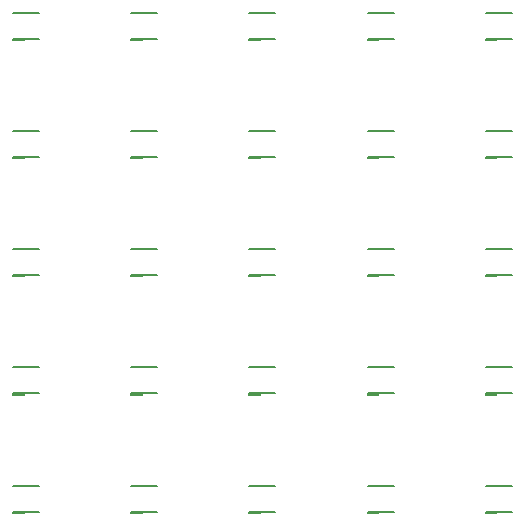
<source format=gbo>
G75*
%MOIN*%
%OFA0B0*%
%FSLAX25Y25*%
%IPPOS*%
%LPD*%
%AMOC8*
5,1,8,0,0,1.08239X$1,22.5*
%
%ADD10C,0.00500*%
D10*
X0058087Y0043913D02*
X0060843Y0043913D01*
X0061630Y0043913D01*
X0061630Y0044307D01*
X0066748Y0044307D01*
X0061630Y0044307D02*
X0060843Y0044307D01*
X0060843Y0043913D01*
X0060843Y0044307D02*
X0058087Y0044307D01*
X0058087Y0043913D01*
X0058087Y0052969D02*
X0066748Y0052969D01*
X0097457Y0052969D02*
X0106118Y0052969D01*
X0106118Y0044307D02*
X0101000Y0044307D01*
X0101000Y0043913D01*
X0100213Y0043913D01*
X0100213Y0044307D01*
X0101000Y0044307D01*
X0100213Y0044307D02*
X0097457Y0044307D01*
X0097457Y0043913D01*
X0100213Y0043913D01*
X0136827Y0043913D02*
X0139583Y0043913D01*
X0140370Y0043913D01*
X0140370Y0044307D01*
X0145488Y0044307D01*
X0140370Y0044307D02*
X0139583Y0044307D01*
X0139583Y0043913D01*
X0139583Y0044307D02*
X0136827Y0044307D01*
X0136827Y0043913D01*
X0136827Y0052969D02*
X0145488Y0052969D01*
X0176197Y0052969D02*
X0184858Y0052969D01*
X0184858Y0044307D02*
X0179740Y0044307D01*
X0179740Y0043913D01*
X0178953Y0043913D01*
X0178953Y0044307D01*
X0179740Y0044307D01*
X0178953Y0044307D02*
X0176197Y0044307D01*
X0176197Y0043913D01*
X0178953Y0043913D01*
X0215567Y0043913D02*
X0218323Y0043913D01*
X0219110Y0043913D01*
X0219110Y0044307D01*
X0224228Y0044307D01*
X0219110Y0044307D02*
X0218323Y0044307D01*
X0218323Y0043913D01*
X0218323Y0044307D02*
X0215567Y0044307D01*
X0215567Y0043913D01*
X0215567Y0052969D02*
X0224228Y0052969D01*
X0224228Y0083677D02*
X0219110Y0083677D01*
X0219110Y0083283D01*
X0218323Y0083283D01*
X0218323Y0083677D01*
X0219110Y0083677D01*
X0218323Y0083677D02*
X0215567Y0083677D01*
X0215567Y0083283D01*
X0218323Y0083283D01*
X0215567Y0092339D02*
X0224228Y0092339D01*
X0224228Y0123047D02*
X0219110Y0123047D01*
X0219110Y0122654D01*
X0218323Y0122654D01*
X0218323Y0123047D01*
X0219110Y0123047D01*
X0218323Y0123047D02*
X0215567Y0123047D01*
X0215567Y0122654D01*
X0218323Y0122654D01*
X0215567Y0131709D02*
X0224228Y0131709D01*
X0224228Y0162417D02*
X0219110Y0162417D01*
X0219110Y0162024D01*
X0218323Y0162024D01*
X0218323Y0162417D01*
X0219110Y0162417D01*
X0218323Y0162417D02*
X0215567Y0162417D01*
X0215567Y0162024D01*
X0218323Y0162024D01*
X0215567Y0171079D02*
X0224228Y0171079D01*
X0224228Y0201787D02*
X0219110Y0201787D01*
X0219110Y0201394D01*
X0218323Y0201394D01*
X0218323Y0201787D01*
X0219110Y0201787D01*
X0218323Y0201787D02*
X0215567Y0201787D01*
X0215567Y0201394D01*
X0218323Y0201394D01*
X0215567Y0210449D02*
X0224228Y0210449D01*
X0184858Y0210449D02*
X0176197Y0210449D01*
X0176197Y0201787D02*
X0176197Y0201394D01*
X0178953Y0201394D01*
X0179740Y0201394D01*
X0179740Y0201787D01*
X0184858Y0201787D01*
X0179740Y0201787D02*
X0178953Y0201787D01*
X0178953Y0201394D01*
X0178953Y0201787D02*
X0176197Y0201787D01*
X0145488Y0201787D02*
X0140370Y0201787D01*
X0140370Y0201394D01*
X0139583Y0201394D01*
X0139583Y0201787D01*
X0140370Y0201787D01*
X0139583Y0201787D02*
X0136827Y0201787D01*
X0136827Y0201394D01*
X0139583Y0201394D01*
X0136827Y0210449D02*
X0145488Y0210449D01*
X0106118Y0210449D02*
X0097457Y0210449D01*
X0097457Y0201787D02*
X0097457Y0201394D01*
X0100213Y0201394D01*
X0101000Y0201394D01*
X0101000Y0201787D01*
X0106118Y0201787D01*
X0101000Y0201787D02*
X0100213Y0201787D01*
X0100213Y0201394D01*
X0100213Y0201787D02*
X0097457Y0201787D01*
X0066748Y0201787D02*
X0061630Y0201787D01*
X0061630Y0201394D01*
X0060843Y0201394D01*
X0060843Y0201787D01*
X0061630Y0201787D01*
X0060843Y0201787D02*
X0058087Y0201787D01*
X0058087Y0201394D01*
X0060843Y0201394D01*
X0058087Y0210449D02*
X0066748Y0210449D01*
X0066748Y0171079D02*
X0058087Y0171079D01*
X0058087Y0162417D02*
X0058087Y0162024D01*
X0060843Y0162024D01*
X0061630Y0162024D01*
X0061630Y0162417D01*
X0066748Y0162417D01*
X0061630Y0162417D02*
X0060843Y0162417D01*
X0060843Y0162024D01*
X0060843Y0162417D02*
X0058087Y0162417D01*
X0058087Y0131709D02*
X0066748Y0131709D01*
X0066748Y0123047D02*
X0061630Y0123047D01*
X0061630Y0122654D01*
X0060843Y0122654D01*
X0060843Y0123047D01*
X0061630Y0123047D01*
X0060843Y0123047D02*
X0058087Y0123047D01*
X0058087Y0122654D01*
X0060843Y0122654D01*
X0058087Y0092339D02*
X0066748Y0092339D01*
X0066748Y0083677D02*
X0061630Y0083677D01*
X0061630Y0083283D01*
X0060843Y0083283D01*
X0060843Y0083677D01*
X0061630Y0083677D01*
X0060843Y0083677D02*
X0058087Y0083677D01*
X0058087Y0083283D01*
X0060843Y0083283D01*
X0097457Y0083283D02*
X0100213Y0083283D01*
X0101000Y0083283D01*
X0101000Y0083677D01*
X0106118Y0083677D01*
X0101000Y0083677D02*
X0100213Y0083677D01*
X0100213Y0083283D01*
X0100213Y0083677D02*
X0097457Y0083677D01*
X0097457Y0083283D01*
X0097457Y0092339D02*
X0106118Y0092339D01*
X0106118Y0123047D02*
X0101000Y0123047D01*
X0101000Y0122654D01*
X0100213Y0122654D01*
X0100213Y0123047D01*
X0101000Y0123047D01*
X0100213Y0123047D02*
X0097457Y0123047D01*
X0097457Y0122654D01*
X0100213Y0122654D01*
X0097457Y0131709D02*
X0106118Y0131709D01*
X0106118Y0162417D02*
X0101000Y0162417D01*
X0101000Y0162024D01*
X0100213Y0162024D01*
X0100213Y0162417D01*
X0101000Y0162417D01*
X0100213Y0162417D02*
X0097457Y0162417D01*
X0097457Y0162024D01*
X0100213Y0162024D01*
X0097457Y0171079D02*
X0106118Y0171079D01*
X0136827Y0171079D02*
X0145488Y0171079D01*
X0145488Y0162417D02*
X0140370Y0162417D01*
X0140370Y0162024D01*
X0139583Y0162024D01*
X0139583Y0162417D01*
X0140370Y0162417D01*
X0139583Y0162417D02*
X0136827Y0162417D01*
X0136827Y0162024D01*
X0139583Y0162024D01*
X0136827Y0131709D02*
X0145488Y0131709D01*
X0145488Y0123047D02*
X0140370Y0123047D01*
X0140370Y0122654D01*
X0139583Y0122654D01*
X0139583Y0123047D01*
X0140370Y0123047D01*
X0139583Y0123047D02*
X0136827Y0123047D01*
X0136827Y0122654D01*
X0139583Y0122654D01*
X0136827Y0092339D02*
X0145488Y0092339D01*
X0145488Y0083677D02*
X0140370Y0083677D01*
X0140370Y0083283D01*
X0139583Y0083283D01*
X0139583Y0083677D01*
X0140370Y0083677D01*
X0139583Y0083677D02*
X0136827Y0083677D01*
X0136827Y0083283D01*
X0139583Y0083283D01*
X0176197Y0083283D02*
X0178953Y0083283D01*
X0179740Y0083283D01*
X0179740Y0083677D01*
X0184858Y0083677D01*
X0179740Y0083677D02*
X0178953Y0083677D01*
X0178953Y0083283D01*
X0178953Y0083677D02*
X0176197Y0083677D01*
X0176197Y0083283D01*
X0176197Y0092339D02*
X0184858Y0092339D01*
X0184858Y0123047D02*
X0179740Y0123047D01*
X0179740Y0122654D01*
X0178953Y0122654D01*
X0178953Y0123047D01*
X0179740Y0123047D01*
X0178953Y0123047D02*
X0176197Y0123047D01*
X0176197Y0122654D01*
X0178953Y0122654D01*
X0176197Y0131709D02*
X0184858Y0131709D01*
X0184858Y0162417D02*
X0179740Y0162417D01*
X0179740Y0162024D01*
X0178953Y0162024D01*
X0178953Y0162417D01*
X0179740Y0162417D01*
X0178953Y0162417D02*
X0176197Y0162417D01*
X0176197Y0162024D01*
X0178953Y0162024D01*
X0176197Y0171079D02*
X0184858Y0171079D01*
M02*

</source>
